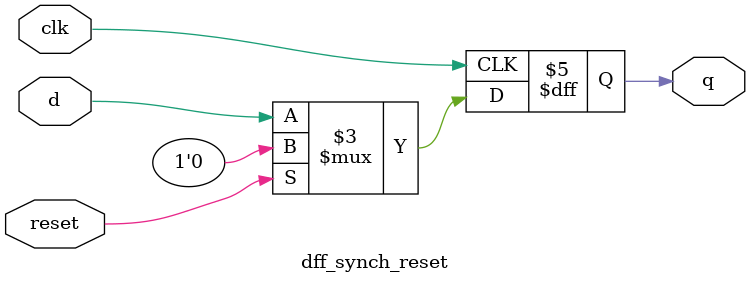
<source format=v>
module dff_synch_reset (d,reset,clk,q);
input d,reset,clk;
output reg q;

always@(posedge clk)
begin
if(reset)
	q=0;
else
	q=d;
end
endmodule

</source>
